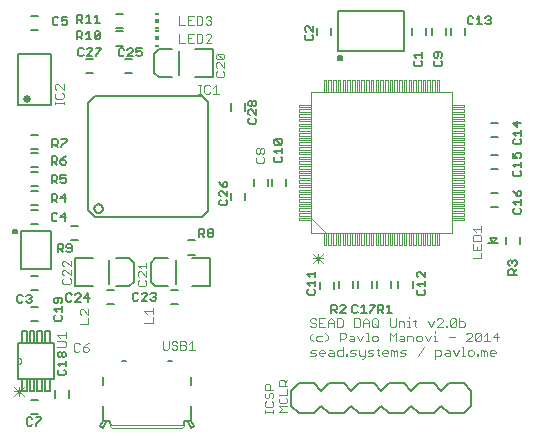
<source format=gto>
G75*
%MOIN*%
%OFA0B0*%
%FSLAX24Y24*%
%IPPOS*%
%LPD*%
%AMOC8*
5,1,8,0,0,1.08239X$1,22.5*
%
%ADD10C,0.0030*%
%ADD11C,0.0000*%
%ADD12C,0.0060*%
%ADD13C,0.0050*%
%ADD14C,0.0080*%
%ADD15C,0.0256*%
%ADD16C,0.0040*%
%ADD17C,0.0020*%
%ADD18R,0.0118X0.0059*%
%ADD19R,0.0118X0.0118*%
D10*
X001045Y002269D02*
X001359Y002582D01*
X001045Y002269D01*
X001045Y002425D02*
X001359Y002425D01*
X001045Y002425D01*
X001045Y002582D02*
X001359Y002269D01*
X001045Y002582D01*
X001202Y002582D02*
X001202Y002269D01*
X001202Y002582D01*
X003036Y003800D02*
X003036Y003993D01*
X003085Y004042D01*
X003182Y004042D01*
X003230Y003993D01*
X003331Y003897D02*
X003476Y003897D01*
X003525Y003848D01*
X003525Y003800D01*
X003476Y003752D01*
X003380Y003752D01*
X003331Y003800D01*
X003331Y003897D01*
X003428Y003993D01*
X003525Y004042D01*
X003230Y003800D02*
X003182Y003752D01*
X003085Y003752D01*
X003036Y003800D01*
X003232Y004689D02*
X003522Y004689D01*
X003522Y004883D01*
X003522Y004984D02*
X003329Y005177D01*
X003280Y005177D01*
X003232Y005129D01*
X003232Y005032D01*
X003280Y004984D01*
X003522Y004984D02*
X003522Y005177D01*
X002897Y006002D02*
X002704Y006002D01*
X002656Y006050D01*
X002656Y006147D01*
X002704Y006195D01*
X002704Y006297D02*
X002656Y006345D01*
X002656Y006442D01*
X002704Y006490D01*
X002752Y006490D01*
X002946Y006297D01*
X002946Y006490D01*
X002946Y006591D02*
X002752Y006785D01*
X002704Y006785D01*
X002656Y006736D01*
X002656Y006640D01*
X002704Y006591D01*
X002946Y006591D02*
X002946Y006785D01*
X002897Y006195D02*
X002946Y006147D01*
X002946Y006050D01*
X002897Y006002D01*
X005165Y005985D02*
X005214Y005937D01*
X005407Y005937D01*
X005456Y005985D01*
X005456Y006082D01*
X005407Y006130D01*
X005456Y006231D02*
X005262Y006425D01*
X005214Y006425D01*
X005165Y006377D01*
X005165Y006280D01*
X005214Y006231D01*
X005214Y006130D02*
X005165Y006082D01*
X005165Y005985D01*
X005456Y006231D02*
X005456Y006425D01*
X005456Y006526D02*
X005456Y006720D01*
X005456Y006623D02*
X005165Y006623D01*
X005262Y006526D01*
X005667Y005198D02*
X005667Y005004D01*
X005667Y005101D02*
X005376Y005101D01*
X005473Y005004D01*
X005667Y004903D02*
X005667Y004710D01*
X005376Y004710D01*
X006000Y004103D02*
X006000Y003861D01*
X006048Y003813D01*
X006145Y003813D01*
X006193Y003861D01*
X006193Y004103D01*
X006294Y004055D02*
X006294Y004006D01*
X006343Y003958D01*
X006440Y003958D01*
X006488Y003910D01*
X006488Y003861D01*
X006440Y003813D01*
X006343Y003813D01*
X006294Y003861D01*
X006294Y004055D02*
X006343Y004103D01*
X006440Y004103D01*
X006488Y004055D01*
X006589Y004103D02*
X006734Y004103D01*
X006783Y004055D01*
X006783Y004006D01*
X006734Y003958D01*
X006589Y003958D01*
X006589Y003813D02*
X006734Y003813D01*
X006783Y003861D01*
X006783Y003910D01*
X006734Y003958D01*
X006884Y004006D02*
X006981Y004103D01*
X006981Y003813D01*
X007077Y003813D02*
X006884Y003813D01*
X006589Y003813D02*
X006589Y004103D01*
X009396Y002634D02*
X009396Y002488D01*
X009686Y002488D01*
X009590Y002488D02*
X009590Y002634D01*
X009541Y002682D01*
X009444Y002682D01*
X009396Y002634D01*
X009444Y002387D02*
X009396Y002339D01*
X009396Y002242D01*
X009444Y002194D01*
X009493Y002194D01*
X009541Y002242D01*
X009541Y002339D01*
X009590Y002387D01*
X009638Y002387D01*
X009686Y002339D01*
X009686Y002242D01*
X009638Y002194D01*
X009638Y002093D02*
X009686Y002044D01*
X009686Y001947D01*
X009638Y001899D01*
X009444Y001899D01*
X009396Y001947D01*
X009396Y002044D01*
X009444Y002093D01*
X009396Y001799D02*
X009396Y001703D01*
X009396Y001751D02*
X009686Y001751D01*
X009686Y001703D02*
X009686Y001799D01*
X009865Y001730D02*
X009961Y001827D01*
X009865Y001924D01*
X010155Y001924D01*
X010106Y002025D02*
X010155Y002073D01*
X010155Y002170D01*
X010106Y002218D01*
X010155Y002320D02*
X010155Y002513D01*
X010155Y002614D02*
X009865Y002614D01*
X009865Y002759D01*
X009913Y002808D01*
X010010Y002808D01*
X010058Y002759D01*
X010058Y002614D01*
X010058Y002711D02*
X010155Y002808D01*
X010155Y002320D02*
X009865Y002320D01*
X009913Y002218D02*
X009865Y002170D01*
X009865Y002073D01*
X009913Y002025D01*
X010106Y002025D01*
X010155Y001730D02*
X009865Y001730D01*
X010915Y003612D02*
X011060Y003612D01*
X011108Y003660D01*
X011060Y003708D01*
X010963Y003708D01*
X010915Y003757D01*
X010963Y003805D01*
X011108Y003805D01*
X011210Y003757D02*
X011258Y003805D01*
X011355Y003805D01*
X011403Y003757D01*
X011403Y003708D01*
X011210Y003708D01*
X011210Y003660D02*
X011210Y003757D01*
X011210Y003660D02*
X011258Y003612D01*
X011355Y003612D01*
X011504Y003660D02*
X011553Y003708D01*
X011698Y003708D01*
X011698Y003757D02*
X011698Y003612D01*
X011553Y003612D01*
X011504Y003660D01*
X011553Y003805D02*
X011649Y003805D01*
X011698Y003757D01*
X011799Y003757D02*
X011847Y003805D01*
X011992Y003805D01*
X011992Y003902D02*
X011992Y003612D01*
X011847Y003612D01*
X011799Y003660D01*
X011799Y003757D01*
X012094Y003660D02*
X012142Y003660D01*
X012142Y003612D01*
X012094Y003612D01*
X012094Y003660D01*
X012241Y003612D02*
X012386Y003612D01*
X012434Y003660D01*
X012386Y003708D01*
X012289Y003708D01*
X012241Y003757D01*
X012289Y003805D01*
X012434Y003805D01*
X012535Y003805D02*
X012535Y003660D01*
X012584Y003612D01*
X012729Y003612D01*
X012729Y003563D02*
X012681Y003515D01*
X012632Y003515D01*
X012729Y003563D02*
X012729Y003805D01*
X012830Y003757D02*
X012879Y003805D01*
X013024Y003805D01*
X013125Y003805D02*
X013222Y003805D01*
X013173Y003854D02*
X013173Y003660D01*
X013222Y003612D01*
X013321Y003660D02*
X013321Y003757D01*
X013370Y003805D01*
X013466Y003805D01*
X013515Y003757D01*
X013515Y003708D01*
X013321Y003708D01*
X013321Y003660D02*
X013370Y003612D01*
X013466Y003612D01*
X013616Y003612D02*
X013616Y003805D01*
X013664Y003805D01*
X013713Y003757D01*
X013761Y003805D01*
X013809Y003757D01*
X013809Y003612D01*
X013713Y003612D02*
X013713Y003757D01*
X013911Y003757D02*
X013959Y003805D01*
X014104Y003805D01*
X014056Y003708D02*
X013959Y003708D01*
X013911Y003757D01*
X013911Y003612D02*
X014056Y003612D01*
X014104Y003660D01*
X014056Y003708D01*
X014055Y004092D02*
X013910Y004092D01*
X013861Y004140D01*
X013910Y004188D01*
X014055Y004188D01*
X014055Y004237D02*
X014055Y004092D01*
X014156Y004092D02*
X014156Y004285D01*
X014301Y004285D01*
X014350Y004237D01*
X014350Y004092D01*
X014451Y004140D02*
X014451Y004237D01*
X014499Y004285D01*
X014596Y004285D01*
X014644Y004237D01*
X014644Y004140D01*
X014596Y004092D01*
X014499Y004092D01*
X014451Y004140D01*
X014745Y004285D02*
X014842Y004092D01*
X014939Y004285D01*
X015040Y004285D02*
X015088Y004285D01*
X015088Y004092D01*
X015040Y004092D02*
X015137Y004092D01*
X015089Y003805D02*
X015234Y003805D01*
X015283Y003757D01*
X015283Y003660D01*
X015234Y003612D01*
X015089Y003612D01*
X015089Y003515D02*
X015089Y003805D01*
X015384Y003660D02*
X015432Y003708D01*
X015577Y003708D01*
X015577Y003757D02*
X015577Y003612D01*
X015432Y003612D01*
X015384Y003660D01*
X015432Y003805D02*
X015529Y003805D01*
X015577Y003757D01*
X015678Y003805D02*
X015775Y003612D01*
X015872Y003805D01*
X015973Y003902D02*
X016021Y003902D01*
X016021Y003612D01*
X015973Y003612D02*
X016070Y003612D01*
X016170Y003660D02*
X016170Y003757D01*
X016218Y003805D01*
X016315Y003805D01*
X016363Y003757D01*
X016363Y003660D01*
X016315Y003612D01*
X016218Y003612D01*
X016170Y003660D01*
X016464Y003660D02*
X016513Y003660D01*
X016513Y003612D01*
X016464Y003612D01*
X016464Y003660D01*
X016611Y003612D02*
X016611Y003805D01*
X016660Y003805D01*
X016708Y003757D01*
X016757Y003805D01*
X016805Y003757D01*
X016805Y003612D01*
X016708Y003612D02*
X016708Y003757D01*
X016906Y003757D02*
X016906Y003660D01*
X016955Y003612D01*
X017051Y003612D01*
X017100Y003708D02*
X016906Y003708D01*
X016906Y003757D02*
X016955Y003805D01*
X017051Y003805D01*
X017100Y003757D01*
X017100Y003708D01*
X017149Y004092D02*
X017149Y004382D01*
X017004Y004237D01*
X017198Y004237D01*
X016903Y004092D02*
X016710Y004092D01*
X016806Y004092D02*
X016806Y004382D01*
X016710Y004285D01*
X016609Y004334D02*
X016415Y004140D01*
X016463Y004092D01*
X016560Y004092D01*
X016609Y004140D01*
X016609Y004334D01*
X016560Y004382D01*
X016463Y004382D01*
X016415Y004334D01*
X016415Y004140D01*
X016314Y004092D02*
X016120Y004092D01*
X016314Y004285D01*
X016314Y004334D01*
X016266Y004382D01*
X016169Y004382D01*
X016120Y004334D01*
X016020Y004572D02*
X015875Y004572D01*
X015875Y004862D01*
X015875Y004765D02*
X016020Y004765D01*
X016068Y004717D01*
X016068Y004620D01*
X016020Y004572D01*
X015774Y004620D02*
X015725Y004572D01*
X015629Y004572D01*
X015580Y004620D01*
X015774Y004814D01*
X015774Y004620D01*
X015580Y004620D02*
X015580Y004814D01*
X015629Y004862D01*
X015725Y004862D01*
X015774Y004814D01*
X015481Y004620D02*
X015481Y004572D01*
X015433Y004572D01*
X015433Y004620D01*
X015481Y004620D01*
X015332Y004572D02*
X015138Y004572D01*
X015332Y004765D01*
X015332Y004814D01*
X015283Y004862D01*
X015187Y004862D01*
X015138Y004814D01*
X015037Y004765D02*
X014940Y004572D01*
X014844Y004765D01*
X014449Y004765D02*
X014352Y004765D01*
X014401Y004814D02*
X014401Y004620D01*
X014449Y004572D01*
X014253Y004572D02*
X014156Y004572D01*
X014204Y004572D02*
X014204Y004765D01*
X014156Y004765D01*
X014204Y004862D02*
X014204Y004910D01*
X014055Y004717D02*
X014055Y004572D01*
X014055Y004717D02*
X014007Y004765D01*
X013861Y004765D01*
X013861Y004572D01*
X013760Y004620D02*
X013760Y004862D01*
X013567Y004862D02*
X013567Y004620D01*
X013615Y004572D01*
X013712Y004572D01*
X013760Y004620D01*
X013760Y004382D02*
X013760Y004092D01*
X013567Y004092D02*
X013567Y004382D01*
X013664Y004285D01*
X013760Y004382D01*
X013910Y004285D02*
X014007Y004285D01*
X014055Y004237D01*
X014693Y003902D02*
X014500Y003612D01*
X015088Y004382D02*
X015088Y004430D01*
X015531Y004237D02*
X015725Y004237D01*
X013171Y004237D02*
X013171Y004140D01*
X013123Y004092D01*
X013026Y004092D01*
X012977Y004140D01*
X012977Y004237D01*
X013026Y004285D01*
X013123Y004285D01*
X013171Y004237D01*
X012878Y004092D02*
X012781Y004092D01*
X012829Y004092D02*
X012829Y004382D01*
X012781Y004382D01*
X012680Y004285D02*
X012583Y004092D01*
X012486Y004285D01*
X012385Y004237D02*
X012385Y004092D01*
X012240Y004092D01*
X012192Y004140D01*
X012240Y004188D01*
X012385Y004188D01*
X012385Y004237D02*
X012337Y004285D01*
X012240Y004285D01*
X012091Y004237D02*
X012042Y004188D01*
X011897Y004188D01*
X011897Y004092D02*
X011897Y004382D01*
X012042Y004382D01*
X012091Y004334D01*
X012091Y004237D01*
X011944Y004572D02*
X011799Y004572D01*
X011799Y004862D01*
X011944Y004862D01*
X011992Y004814D01*
X011992Y004620D01*
X011944Y004572D01*
X011698Y004572D02*
X011698Y004765D01*
X011601Y004862D01*
X011504Y004765D01*
X011504Y004572D01*
X011403Y004572D02*
X011210Y004572D01*
X011210Y004862D01*
X011403Y004862D01*
X011306Y004717D02*
X011210Y004717D01*
X011108Y004668D02*
X011108Y004620D01*
X011060Y004572D01*
X010963Y004572D01*
X010915Y004620D01*
X010963Y004717D02*
X011060Y004717D01*
X011108Y004668D01*
X011108Y004814D02*
X011060Y004862D01*
X010963Y004862D01*
X010915Y004814D01*
X010915Y004765D01*
X010963Y004717D01*
X011012Y004382D02*
X010915Y004285D01*
X010915Y004188D01*
X011012Y004092D01*
X011111Y004140D02*
X011111Y004237D01*
X011160Y004285D01*
X011305Y004285D01*
X011406Y004382D02*
X011503Y004285D01*
X011503Y004188D01*
X011406Y004092D01*
X011305Y004092D02*
X011160Y004092D01*
X011111Y004140D01*
X011504Y004717D02*
X011698Y004717D01*
X012388Y004862D02*
X012388Y004572D01*
X012533Y004572D01*
X012582Y004620D01*
X012582Y004814D01*
X012533Y004862D01*
X012388Y004862D01*
X012683Y004765D02*
X012683Y004572D01*
X012683Y004717D02*
X012876Y004717D01*
X012876Y004765D02*
X012876Y004572D01*
X012977Y004620D02*
X013026Y004572D01*
X013123Y004572D01*
X013171Y004620D01*
X013171Y004814D01*
X013123Y004862D01*
X013026Y004862D01*
X012977Y004814D01*
X012977Y004620D01*
X013074Y004668D02*
X013171Y004572D01*
X012876Y004765D02*
X012780Y004862D01*
X012683Y004765D01*
X012830Y003757D02*
X012879Y003708D01*
X012975Y003708D01*
X013024Y003660D01*
X012975Y003612D01*
X012830Y003612D01*
X011330Y006701D02*
X011017Y007014D01*
X011017Y006858D02*
X011330Y006858D01*
X011330Y007014D02*
X011017Y006701D01*
X011174Y006701D02*
X011174Y007014D01*
X009342Y010053D02*
X009148Y010053D01*
X009100Y010101D01*
X009100Y010198D01*
X009148Y010247D01*
X009148Y010348D02*
X009196Y010348D01*
X009245Y010396D01*
X009245Y010493D01*
X009293Y010541D01*
X009342Y010541D01*
X009390Y010493D01*
X009390Y010396D01*
X009342Y010348D01*
X009293Y010348D01*
X009245Y010396D01*
X009245Y010493D02*
X009196Y010541D01*
X009148Y010541D01*
X009100Y010493D01*
X009100Y010396D01*
X009148Y010348D01*
X009342Y010247D02*
X009390Y010198D01*
X009390Y010101D01*
X009342Y010053D01*
X007871Y012357D02*
X007678Y012357D01*
X007774Y012357D02*
X007774Y012647D01*
X007678Y012551D01*
X007576Y012599D02*
X007528Y012647D01*
X007431Y012647D01*
X007383Y012599D01*
X007383Y012405D01*
X007431Y012357D01*
X007528Y012357D01*
X007576Y012405D01*
X007283Y012357D02*
X007187Y012357D01*
X007235Y012357D02*
X007235Y012647D01*
X007187Y012647D02*
X007283Y012647D01*
X007764Y012954D02*
X007812Y012905D01*
X008006Y012905D01*
X008054Y012954D01*
X008054Y013050D01*
X008006Y013099D01*
X008054Y013200D02*
X007860Y013393D01*
X007812Y013393D01*
X007764Y013345D01*
X007764Y013248D01*
X007812Y013200D01*
X007812Y013099D02*
X007764Y013050D01*
X007764Y012954D01*
X008054Y013200D02*
X008054Y013393D01*
X008006Y013495D02*
X007812Y013495D01*
X007764Y013543D01*
X007764Y013640D01*
X007812Y013688D01*
X008006Y013495D01*
X008054Y013543D01*
X008054Y013640D01*
X008006Y013688D01*
X007812Y013688D01*
X007619Y014056D02*
X007426Y014056D01*
X007619Y014249D01*
X007619Y014298D01*
X007571Y014346D01*
X007474Y014346D01*
X007426Y014298D01*
X007324Y014298D02*
X007324Y014104D01*
X007276Y014056D01*
X007131Y014056D01*
X007131Y014346D01*
X007276Y014346D01*
X007324Y014298D01*
X007030Y014346D02*
X006836Y014346D01*
X006836Y014056D01*
X007030Y014056D01*
X006933Y014201D02*
X006836Y014201D01*
X006735Y014056D02*
X006542Y014056D01*
X006542Y014346D01*
X006542Y014646D02*
X006735Y014646D01*
X006836Y014646D02*
X007030Y014646D01*
X007131Y014646D02*
X007276Y014646D01*
X007324Y014695D01*
X007324Y014888D01*
X007276Y014937D01*
X007131Y014937D01*
X007131Y014646D01*
X006933Y014792D02*
X006836Y014792D01*
X006836Y014937D02*
X006836Y014646D01*
X006836Y014937D02*
X007030Y014937D01*
X007426Y014888D02*
X007474Y014937D01*
X007571Y014937D01*
X007619Y014888D01*
X007619Y014840D01*
X007571Y014792D01*
X007619Y014743D01*
X007619Y014695D01*
X007571Y014646D01*
X007474Y014646D01*
X007426Y014695D01*
X007522Y014792D02*
X007571Y014792D01*
X006542Y014937D02*
X006542Y014646D01*
X002692Y012677D02*
X002692Y012483D01*
X002499Y012677D01*
X002450Y012677D01*
X002402Y012628D01*
X002402Y012531D01*
X002450Y012483D01*
X002450Y012382D02*
X002402Y012334D01*
X002402Y012237D01*
X002450Y012188D01*
X002644Y012188D01*
X002692Y012237D01*
X002692Y012334D01*
X002644Y012382D01*
X002692Y012089D02*
X002692Y011992D01*
X002692Y012040D02*
X002402Y012040D01*
X002402Y011992D02*
X002402Y012089D01*
X016332Y007840D02*
X016429Y007743D01*
X016381Y007642D02*
X016332Y007594D01*
X016332Y007449D01*
X016623Y007449D01*
X016623Y007594D01*
X016574Y007642D01*
X016381Y007642D01*
X016623Y007743D02*
X016623Y007937D01*
X016623Y007840D02*
X016332Y007840D01*
X016332Y007348D02*
X016332Y007154D01*
X016623Y007154D01*
X016623Y007348D01*
X016478Y007251D02*
X016478Y007154D01*
X016623Y007053D02*
X016623Y006859D01*
X016332Y006859D01*
D11*
X015654Y007696D02*
X010934Y007696D01*
X010934Y012416D01*
X015654Y012416D01*
X015654Y007696D01*
X015654Y008126D02*
X016054Y008126D01*
X016054Y008216D01*
X015654Y008216D01*
X015654Y008126D01*
X015654Y008276D02*
X016054Y008276D01*
X016054Y008366D01*
X015654Y008366D01*
X015654Y008276D01*
X015654Y008436D02*
X016054Y008436D01*
X016054Y008526D01*
X015654Y008526D01*
X015654Y008436D01*
X015654Y008596D02*
X016054Y008596D01*
X016054Y008686D01*
X015654Y008686D01*
X015654Y008596D01*
X015654Y008756D02*
X016054Y008756D01*
X016054Y008846D01*
X015654Y008846D01*
X015654Y008756D01*
X015654Y008906D02*
X016054Y008906D01*
X016054Y008996D01*
X015654Y008996D01*
X015654Y008906D01*
X015654Y009066D02*
X016054Y009066D01*
X016054Y009156D01*
X015654Y009156D01*
X015654Y009066D01*
X015654Y009226D02*
X016054Y009226D01*
X016054Y009316D01*
X015654Y009316D01*
X015654Y009226D01*
X015654Y009386D02*
X016054Y009386D01*
X016054Y009476D01*
X015654Y009476D01*
X015654Y009386D01*
X015654Y009536D02*
X016054Y009536D01*
X016054Y009626D01*
X015654Y009626D01*
X015654Y009536D01*
X015654Y009696D02*
X016054Y009696D01*
X016054Y009786D01*
X015654Y009786D01*
X015654Y009696D01*
X015654Y009856D02*
X016054Y009856D01*
X016054Y009946D01*
X015654Y009946D01*
X015654Y009856D01*
X015654Y010006D02*
X016054Y010006D01*
X016054Y010096D01*
X015654Y010096D01*
X015654Y010006D01*
X015654Y010166D02*
X016054Y010166D01*
X016054Y010256D01*
X015654Y010256D01*
X015654Y010166D01*
X015654Y010326D02*
X016054Y010326D01*
X016054Y010416D01*
X015654Y010416D01*
X015654Y010326D01*
X015654Y010486D02*
X016054Y010486D01*
X016054Y010576D01*
X015654Y010576D01*
X015654Y010486D01*
X015654Y010636D02*
X016054Y010636D01*
X016054Y010726D01*
X015654Y010726D01*
X015654Y010636D01*
X015654Y010796D02*
X016054Y010796D01*
X016054Y010886D01*
X015654Y010886D01*
X015654Y010796D01*
X015654Y010956D02*
X016054Y010956D01*
X016054Y011046D01*
X015654Y011046D01*
X015654Y010956D01*
X015654Y011116D02*
X016054Y011116D01*
X016054Y011206D01*
X015654Y011206D01*
X015654Y011116D01*
X015654Y011266D02*
X016054Y011266D01*
X016054Y011356D01*
X015654Y011356D01*
X015654Y011266D01*
X015654Y011426D02*
X016054Y011426D01*
X016054Y011516D01*
X015654Y011516D01*
X015654Y011426D01*
X015654Y011586D02*
X016054Y011586D01*
X016054Y011676D01*
X015654Y011676D01*
X015654Y011586D01*
X015654Y011746D02*
X016054Y011746D01*
X016054Y011836D01*
X015654Y011836D01*
X015654Y011746D01*
X015654Y011896D02*
X016054Y011896D01*
X016054Y011986D01*
X015654Y011986D01*
X015654Y011896D01*
X015224Y012416D02*
X015134Y012416D01*
X015134Y012816D01*
X015224Y012816D01*
X015224Y012416D01*
X015074Y012416D02*
X015074Y012816D01*
X014984Y012816D01*
X014984Y012416D01*
X015074Y012416D01*
X014914Y012416D02*
X014914Y012816D01*
X014824Y012816D01*
X014824Y012416D01*
X014914Y012416D01*
X014754Y012416D02*
X014754Y012816D01*
X014664Y012816D01*
X014664Y012416D01*
X014754Y012416D01*
X014594Y012416D02*
X014594Y012816D01*
X014504Y012816D01*
X014504Y012416D01*
X014594Y012416D01*
X014444Y012416D02*
X014444Y012816D01*
X014354Y012816D01*
X014354Y012416D01*
X014444Y012416D01*
X014284Y012416D02*
X014284Y012816D01*
X014194Y012816D01*
X014194Y012416D01*
X014284Y012416D01*
X014124Y012416D02*
X014124Y012816D01*
X014034Y012816D01*
X014034Y012416D01*
X014124Y012416D01*
X013964Y012416D02*
X013964Y012816D01*
X013874Y012816D01*
X013874Y012416D01*
X013964Y012416D01*
X013814Y012416D02*
X013814Y012816D01*
X013724Y012816D01*
X013724Y012416D01*
X013814Y012416D01*
X013654Y012416D02*
X013654Y012816D01*
X013564Y012816D01*
X013564Y012416D01*
X013654Y012416D01*
X013494Y012416D02*
X013494Y012816D01*
X013404Y012816D01*
X013404Y012416D01*
X013494Y012416D01*
X013344Y012416D02*
X013344Y012816D01*
X013254Y012816D01*
X013254Y012416D01*
X013344Y012416D01*
X013184Y012416D02*
X013184Y012816D01*
X013094Y012816D01*
X013094Y012416D01*
X013184Y012416D01*
X013024Y012416D02*
X013024Y012816D01*
X012934Y012816D01*
X012934Y012416D01*
X013024Y012416D01*
X012864Y012416D02*
X012864Y012816D01*
X012774Y012816D01*
X012774Y012416D01*
X012864Y012416D01*
X012714Y012416D02*
X012714Y012816D01*
X012624Y012816D01*
X012624Y012416D01*
X012714Y012416D01*
X012554Y012416D02*
X012554Y012816D01*
X012464Y012816D01*
X012464Y012416D01*
X012554Y012416D01*
X012394Y012416D02*
X012394Y012816D01*
X012304Y012816D01*
X012304Y012416D01*
X012394Y012416D01*
X012234Y012416D02*
X012234Y012816D01*
X012144Y012816D01*
X012144Y012416D01*
X012234Y012416D01*
X012084Y012416D02*
X012084Y012816D01*
X011994Y012816D01*
X011994Y012416D01*
X012084Y012416D01*
X011924Y012416D02*
X011924Y012816D01*
X011834Y012816D01*
X011834Y012416D01*
X011924Y012416D01*
X011764Y012416D02*
X011764Y012816D01*
X011674Y012816D01*
X011674Y012416D01*
X011764Y012416D01*
X011604Y012416D02*
X011604Y012816D01*
X011514Y012816D01*
X011514Y012416D01*
X011604Y012416D01*
X011454Y012416D02*
X011454Y012816D01*
X011364Y012816D01*
X011364Y012416D01*
X011454Y012416D01*
X010934Y011986D02*
X010534Y011986D01*
X010534Y011896D01*
X010934Y011896D01*
X010934Y011986D01*
X010934Y011836D02*
X010534Y011836D01*
X010534Y011746D01*
X010934Y011746D01*
X010934Y011836D01*
X010934Y011676D02*
X010534Y011676D01*
X010534Y011586D01*
X010934Y011586D01*
X010934Y011676D01*
X010934Y011516D02*
X010534Y011516D01*
X010534Y011426D01*
X010934Y011426D01*
X010934Y011516D01*
X010934Y011356D02*
X010534Y011356D01*
X010534Y011266D01*
X010934Y011266D01*
X010934Y011356D01*
X010934Y011206D02*
X010534Y011206D01*
X010534Y011116D01*
X010934Y011116D01*
X010934Y011206D01*
X010934Y011046D02*
X010534Y011046D01*
X010534Y010956D01*
X010934Y010956D01*
X010934Y011046D01*
X010934Y010886D02*
X010534Y010886D01*
X010534Y010796D01*
X010934Y010796D01*
X010934Y010886D01*
X010934Y010726D02*
X010534Y010726D01*
X010534Y010636D01*
X010934Y010636D01*
X010934Y010726D01*
X010934Y010576D02*
X010534Y010576D01*
X010534Y010486D01*
X010934Y010486D01*
X010934Y010576D01*
X010934Y010416D02*
X010534Y010416D01*
X010534Y010326D01*
X010934Y010326D01*
X010934Y010416D01*
X010934Y010256D02*
X010534Y010256D01*
X010534Y010166D01*
X010934Y010166D01*
X010934Y010256D01*
X010934Y010106D02*
X010534Y010106D01*
X010534Y010016D01*
X010934Y010016D01*
X010934Y010106D01*
X010934Y009946D02*
X010534Y009946D01*
X010534Y009856D01*
X010934Y009856D01*
X010934Y009946D01*
X010934Y009786D02*
X010534Y009786D01*
X010534Y009696D01*
X010934Y009696D01*
X010934Y009786D01*
X010934Y009626D02*
X010534Y009626D01*
X010534Y009536D01*
X010934Y009536D01*
X010934Y009626D01*
X010934Y009476D02*
X010534Y009476D01*
X010534Y009386D01*
X010934Y009386D01*
X010934Y009476D01*
X010934Y009316D02*
X010534Y009316D01*
X010534Y009226D01*
X010934Y009226D01*
X010934Y009316D01*
X010934Y009156D02*
X010534Y009156D01*
X010534Y009066D01*
X010934Y009066D01*
X010934Y009156D01*
X010934Y008996D02*
X010534Y008996D01*
X010534Y008906D01*
X010934Y008906D01*
X010934Y008996D01*
X010934Y008846D02*
X010534Y008846D01*
X010534Y008756D01*
X010934Y008756D01*
X010934Y008846D01*
X010934Y008686D02*
X010534Y008686D01*
X010534Y008596D01*
X010934Y008596D01*
X010934Y008686D01*
X010934Y008526D02*
X010534Y008526D01*
X010534Y008436D01*
X010934Y008436D01*
X010934Y008526D01*
X010934Y008366D02*
X010534Y008366D01*
X010534Y008276D01*
X010934Y008276D01*
X010934Y008366D01*
X010934Y008216D02*
X010534Y008216D01*
X010534Y008126D01*
X010934Y008126D01*
X010934Y008196D01*
X011434Y007696D01*
X011364Y007696D01*
X011364Y007296D01*
X011454Y007296D01*
X011454Y007696D01*
X011434Y007696D01*
X011514Y007696D02*
X011514Y007296D01*
X011604Y007296D01*
X011604Y007696D01*
X011514Y007696D01*
X011674Y007696D02*
X011674Y007296D01*
X011764Y007296D01*
X011764Y007696D01*
X011674Y007696D01*
X011834Y007696D02*
X011834Y007296D01*
X011924Y007296D01*
X011924Y007696D01*
X011834Y007696D01*
X011994Y007696D02*
X011994Y007296D01*
X012084Y007296D01*
X012084Y007696D01*
X011994Y007696D01*
X012144Y007696D02*
X012144Y007296D01*
X012234Y007296D01*
X012234Y007696D01*
X012144Y007696D01*
X012304Y007696D02*
X012304Y007296D01*
X012394Y007296D01*
X012394Y007696D01*
X012304Y007696D01*
X012464Y007696D02*
X012464Y007296D01*
X012554Y007296D01*
X012554Y007696D01*
X012464Y007696D01*
X012624Y007696D02*
X012624Y007296D01*
X012714Y007296D01*
X012714Y007696D01*
X012624Y007696D01*
X012774Y007696D02*
X012774Y007296D01*
X012864Y007296D01*
X012864Y007696D01*
X012774Y007696D01*
X012934Y007696D02*
X012934Y007296D01*
X013024Y007296D01*
X013024Y007696D01*
X012934Y007696D01*
X013094Y007696D02*
X013094Y007296D01*
X013184Y007296D01*
X013184Y007696D01*
X013094Y007696D01*
X013244Y007696D02*
X013244Y007296D01*
X013334Y007296D01*
X013334Y007696D01*
X013244Y007696D01*
X013404Y007696D02*
X013404Y007296D01*
X013494Y007296D01*
X013494Y007696D01*
X013404Y007696D01*
X013564Y007696D02*
X013564Y007296D01*
X013654Y007296D01*
X013654Y007696D01*
X013564Y007696D01*
X013724Y007696D02*
X013724Y007296D01*
X013814Y007296D01*
X013814Y007696D01*
X013724Y007696D01*
X013874Y007696D02*
X013874Y007296D01*
X013964Y007296D01*
X013964Y007696D01*
X013874Y007696D01*
X014034Y007696D02*
X014034Y007296D01*
X014124Y007296D01*
X014124Y007696D01*
X014034Y007696D01*
X014194Y007696D02*
X014194Y007296D01*
X014284Y007296D01*
X014284Y007696D01*
X014194Y007696D01*
X014354Y007696D02*
X014354Y007296D01*
X014444Y007296D01*
X014444Y007696D01*
X014354Y007696D01*
X014504Y007696D02*
X014504Y007296D01*
X014594Y007296D01*
X014594Y007696D01*
X014504Y007696D01*
X014664Y007696D02*
X014664Y007296D01*
X014754Y007296D01*
X014754Y007696D01*
X014664Y007696D01*
X014824Y007696D02*
X014824Y007296D01*
X014914Y007296D01*
X014914Y007696D01*
X014824Y007696D01*
X014984Y007696D02*
X014984Y007296D01*
X015074Y007296D01*
X015074Y007696D01*
X014984Y007696D01*
X015134Y007696D02*
X015134Y007296D01*
X015224Y007296D01*
X015224Y007696D01*
X015134Y007696D01*
X010934Y008196D02*
X010934Y008216D01*
X002382Y004054D02*
X002382Y002834D01*
X001162Y002834D01*
X001162Y003324D01*
X001162Y003564D01*
X001162Y004054D01*
X002382Y004054D01*
X002232Y004054D02*
X002232Y004444D01*
X002072Y004444D01*
X002072Y004054D01*
X002232Y004054D01*
X001982Y004054D02*
X001982Y004444D01*
X001822Y004444D01*
X001822Y004054D01*
X001982Y004054D01*
X001722Y004054D02*
X001722Y004444D01*
X001562Y004444D01*
X001562Y004054D01*
X001722Y004054D01*
X001472Y004054D02*
X001472Y004444D01*
X001312Y004444D01*
X001312Y004054D01*
X001472Y004054D01*
X001162Y003564D02*
X001183Y003562D01*
X001203Y003557D01*
X001222Y003548D01*
X001239Y003536D01*
X001254Y003521D01*
X001266Y003504D01*
X001275Y003485D01*
X001280Y003465D01*
X001282Y003444D01*
X001280Y003423D01*
X001275Y003403D01*
X001266Y003384D01*
X001254Y003367D01*
X001239Y003352D01*
X001222Y003340D01*
X001203Y003331D01*
X001183Y003326D01*
X001162Y003324D01*
X001183Y003326D01*
X001203Y003331D01*
X001222Y003340D01*
X001239Y003352D01*
X001254Y003367D01*
X001266Y003384D01*
X001275Y003403D01*
X001280Y003423D01*
X001282Y003444D01*
X001280Y003465D01*
X001275Y003485D01*
X001266Y003504D01*
X001254Y003521D01*
X001239Y003536D01*
X001222Y003548D01*
X001203Y003557D01*
X001183Y003562D01*
X001162Y003564D01*
X001312Y002834D02*
X001312Y002444D01*
X001472Y002444D01*
X001472Y002834D01*
X001312Y002834D01*
X001562Y002834D02*
X001562Y002444D01*
X001722Y002444D01*
X001722Y002834D01*
X001562Y002834D01*
X001822Y002834D02*
X001822Y002444D01*
X001982Y002444D01*
X001982Y002834D01*
X001822Y002834D01*
X002072Y002834D02*
X002072Y002444D01*
X002232Y002454D01*
X002232Y002834D01*
X002072Y002834D01*
D12*
X002072Y002444D01*
X002232Y002454D01*
X002232Y002834D01*
X002072Y002834D01*
X001982Y002834D02*
X001982Y002444D01*
X001822Y002444D01*
X001822Y002834D01*
X001982Y002834D01*
X001722Y002834D02*
X001722Y002444D01*
X001562Y002444D01*
X001562Y002834D01*
X001722Y002834D01*
X001472Y002834D02*
X001472Y002444D01*
X001312Y002444D01*
X001312Y002834D01*
X001472Y002834D01*
X001162Y002834D02*
X001162Y003324D01*
X001162Y003564D01*
X001162Y004054D01*
X002382Y004054D01*
X002382Y002834D01*
X001162Y002834D01*
X001615Y002144D02*
X001851Y002144D01*
X001851Y001672D02*
X001615Y001672D01*
X002402Y002223D02*
X002402Y002459D01*
X002875Y002459D02*
X002875Y002223D01*
X003997Y001948D02*
X003997Y001455D01*
X003894Y001278D01*
X003997Y001219D01*
X004102Y001401D01*
X004115Y001455D02*
X003997Y001455D01*
X004101Y001401D02*
X004108Y001419D01*
X004113Y001437D01*
X004114Y001456D01*
X004115Y001455D02*
X004174Y001455D01*
X004174Y001456D02*
X004189Y001454D01*
X004204Y001450D01*
X004218Y001443D01*
X004230Y001433D01*
X004240Y001421D01*
X004247Y001407D01*
X004251Y001392D01*
X004253Y001377D01*
X004253Y001361D01*
X003997Y002656D02*
X003997Y002892D01*
X004627Y003424D02*
X004784Y003424D01*
X006162Y003424D02*
X006319Y003424D01*
X006949Y002892D02*
X006949Y002656D01*
X006949Y001948D02*
X006949Y001455D01*
X007052Y001278D01*
X006949Y001219D01*
X006847Y001396D01*
X006831Y001455D02*
X006772Y001455D01*
X006831Y001455D02*
X006949Y001455D01*
X006847Y001396D02*
X006838Y001415D01*
X006833Y001435D01*
X006831Y001455D01*
X006772Y001456D02*
X006757Y001454D01*
X006742Y001450D01*
X006728Y001443D01*
X006716Y001433D01*
X006706Y001421D01*
X006699Y001407D01*
X006695Y001392D01*
X006693Y001377D01*
X006693Y001361D01*
X002232Y004054D02*
X002232Y004444D01*
X002072Y004444D01*
X002072Y004054D01*
X002232Y004054D01*
X001982Y004054D02*
X001982Y004444D01*
X001822Y004444D01*
X001822Y004054D01*
X001982Y004054D01*
X001722Y004054D02*
X001722Y004444D01*
X001562Y004444D01*
X001562Y004054D01*
X001722Y004054D01*
X001472Y004054D02*
X001472Y004444D01*
X001312Y004444D01*
X001312Y004054D01*
X001472Y004054D01*
X001615Y004782D02*
X001851Y004782D01*
X001851Y005255D02*
X001615Y005255D01*
X001615Y005806D02*
X001851Y005806D01*
X001851Y006278D02*
X001615Y006278D01*
X002953Y007459D02*
X003190Y007459D01*
X003190Y007932D02*
X002953Y007932D01*
X003504Y008483D02*
X003504Y012026D01*
X003741Y012262D01*
X007323Y012262D01*
X007520Y012066D01*
X007520Y008444D01*
X007323Y008247D01*
X003741Y008247D01*
X003504Y008483D01*
X003717Y008522D02*
X003719Y008545D01*
X003725Y008568D01*
X003734Y008590D01*
X003747Y008609D01*
X003763Y008626D01*
X003781Y008641D01*
X003802Y008652D01*
X003824Y008660D01*
X003847Y008664D01*
X003871Y008664D01*
X003894Y008660D01*
X003916Y008652D01*
X003937Y008641D01*
X003955Y008626D01*
X003971Y008609D01*
X003984Y008590D01*
X003993Y008568D01*
X003999Y008545D01*
X004001Y008522D01*
X003999Y008499D01*
X003993Y008476D01*
X003984Y008454D01*
X003971Y008435D01*
X003955Y008418D01*
X003937Y008403D01*
X003916Y008392D01*
X003894Y008384D01*
X003871Y008380D01*
X003847Y008380D01*
X003824Y008384D01*
X003802Y008392D01*
X003781Y008403D01*
X003763Y008418D01*
X003747Y008435D01*
X003734Y008454D01*
X003725Y008476D01*
X003719Y008499D01*
X003717Y008522D01*
X001851Y008483D02*
X001615Y008483D01*
X001615Y008640D02*
X001851Y008640D01*
X001851Y009113D02*
X001615Y009113D01*
X001615Y009270D02*
X001851Y009270D01*
X001851Y009743D02*
X001615Y009743D01*
X001615Y009900D02*
X001851Y009900D01*
X001851Y010373D02*
X001615Y010373D01*
X001615Y010491D02*
X001851Y010491D01*
X001851Y010963D02*
X001615Y010963D01*
X003426Y013050D02*
X003662Y013050D01*
X003662Y013522D02*
X003426Y013522D01*
X004449Y013955D02*
X004686Y013955D01*
X004725Y013522D02*
X004961Y013522D01*
X004961Y013050D02*
X004725Y013050D01*
X004686Y014428D02*
X004449Y014428D01*
X004449Y014546D02*
X004686Y014546D01*
X004686Y015018D02*
X004449Y015018D01*
X001851Y014940D02*
X001615Y014940D01*
X001615Y014467D02*
X001851Y014467D01*
X008268Y012026D02*
X008268Y011790D01*
X008741Y011790D02*
X008741Y012026D01*
X011142Y014310D02*
X011142Y014546D01*
X011615Y014546D02*
X011615Y014310D01*
X014292Y014310D02*
X014292Y014546D01*
X014764Y014546D02*
X014764Y014310D01*
X014963Y014312D02*
X014963Y014548D01*
X015436Y014548D02*
X015436Y014312D01*
X015595Y014313D02*
X015595Y014549D01*
X016067Y014549D02*
X016067Y014313D01*
X016940Y011378D02*
X017176Y011378D01*
X017176Y010906D02*
X016940Y010906D01*
X016925Y010302D02*
X017161Y010302D01*
X017161Y009829D02*
X016925Y009829D01*
X016930Y009048D02*
X017166Y009048D01*
X017166Y008575D02*
X016930Y008575D01*
X017434Y007579D02*
X017434Y007343D01*
X017906Y007343D02*
X017906Y007579D01*
X014327Y006122D02*
X014327Y005886D01*
X013854Y005886D02*
X013854Y006122D01*
X013612Y006106D02*
X013612Y005870D01*
X013139Y005870D02*
X013139Y006106D01*
X012975Y006097D02*
X012975Y005861D01*
X012503Y005861D02*
X012503Y006097D01*
X012341Y006095D02*
X012341Y005859D01*
X011869Y005859D02*
X011869Y006095D01*
X011720Y006090D02*
X011720Y005854D01*
X011247Y005854D02*
X011247Y006090D01*
X008741Y008798D02*
X008741Y009034D01*
X009028Y009278D02*
X009028Y009514D01*
X009501Y009514D02*
X009501Y009278D01*
X009635Y009279D02*
X009635Y009516D01*
X010107Y009516D02*
X010107Y009279D01*
X008268Y009034D02*
X008268Y008798D01*
X007087Y007459D02*
X006851Y007459D01*
X006851Y006987D02*
X007087Y006987D01*
X006497Y005806D02*
X006260Y005806D01*
X006260Y005333D02*
X006497Y005333D01*
X004371Y005333D02*
X004134Y005333D01*
X004134Y005806D02*
X004371Y005806D01*
X001851Y008010D02*
X001615Y008010D01*
D13*
X001469Y001333D02*
X001514Y001288D01*
X001604Y001288D01*
X001649Y001333D01*
X001763Y001333D02*
X001763Y001288D01*
X001763Y001333D02*
X001943Y001513D01*
X001943Y001558D01*
X001763Y001558D01*
X001649Y001513D02*
X001604Y001558D01*
X001514Y001558D01*
X001469Y001513D01*
X001469Y001333D01*
X002536Y002972D02*
X002491Y003017D01*
X002491Y003107D01*
X002536Y003152D01*
X002581Y003266D02*
X002491Y003356D01*
X002761Y003356D01*
X002761Y003266D02*
X002761Y003447D01*
X002716Y003561D02*
X002671Y003561D01*
X002626Y003606D01*
X002626Y003696D01*
X002671Y003741D01*
X002716Y003741D01*
X002761Y003696D01*
X002761Y003606D01*
X002716Y003561D01*
X002626Y003606D02*
X002581Y003561D01*
X002536Y003561D01*
X002491Y003606D01*
X002491Y003696D01*
X002536Y003741D01*
X002581Y003741D01*
X002626Y003696D01*
X002716Y003152D02*
X002761Y003107D01*
X002761Y003017D01*
X002716Y002972D01*
X002536Y002972D01*
X002598Y004783D02*
X002417Y004783D01*
X002372Y004828D01*
X002372Y004918D01*
X002417Y004963D01*
X002463Y005077D02*
X002372Y005167D01*
X002643Y005167D01*
X002643Y005077D02*
X002643Y005258D01*
X002598Y005372D02*
X002643Y005417D01*
X002643Y005507D01*
X002598Y005552D01*
X002417Y005552D01*
X002372Y005507D01*
X002372Y005417D01*
X002417Y005372D01*
X002463Y005372D01*
X002508Y005417D01*
X002508Y005552D01*
X002788Y005467D02*
X002833Y005422D01*
X002923Y005422D01*
X002968Y005467D01*
X003083Y005422D02*
X003263Y005602D01*
X003263Y005647D01*
X003218Y005692D01*
X003128Y005692D01*
X003083Y005647D01*
X002968Y005647D02*
X002923Y005692D01*
X002833Y005692D01*
X002788Y005647D01*
X002788Y005467D01*
X003083Y005422D02*
X003263Y005422D01*
X003377Y005557D02*
X003558Y005557D01*
X003512Y005422D02*
X003512Y005692D01*
X003377Y005557D01*
X004206Y005996D02*
X004206Y006796D01*
X002967Y007121D02*
X002967Y007301D01*
X002922Y007346D01*
X002832Y007346D01*
X002787Y007301D01*
X002787Y007256D01*
X002832Y007211D01*
X002967Y007211D01*
X002967Y007121D02*
X002922Y007076D01*
X002832Y007076D01*
X002787Y007121D01*
X002672Y007076D02*
X002582Y007166D01*
X002627Y007166D02*
X002492Y007166D01*
X002492Y007076D02*
X002492Y007346D01*
X002627Y007346D01*
X002672Y007301D01*
X002672Y007211D01*
X002627Y007166D01*
X002284Y007774D02*
X002284Y006514D01*
X001260Y006514D01*
X001260Y007774D01*
X002284Y007774D01*
X002340Y008099D02*
X002430Y008099D01*
X002475Y008144D01*
X002340Y008099D02*
X002295Y008144D01*
X002295Y008324D01*
X002340Y008369D01*
X002430Y008369D01*
X002475Y008324D01*
X002590Y008234D02*
X002770Y008234D01*
X002725Y008099D02*
X002725Y008369D01*
X002590Y008234D01*
X002475Y008729D02*
X002385Y008819D01*
X002430Y008819D02*
X002295Y008819D01*
X002295Y008729D02*
X002295Y008999D01*
X002430Y008999D01*
X002475Y008954D01*
X002475Y008864D01*
X002430Y008819D01*
X002590Y008864D02*
X002770Y008864D01*
X002725Y008729D02*
X002725Y008999D01*
X002590Y008864D01*
X002635Y009359D02*
X002590Y009404D01*
X002635Y009359D02*
X002725Y009359D01*
X002770Y009404D01*
X002770Y009494D01*
X002725Y009539D01*
X002680Y009539D01*
X002590Y009494D01*
X002590Y009629D01*
X002770Y009629D01*
X002475Y009584D02*
X002475Y009494D01*
X002430Y009449D01*
X002295Y009449D01*
X002295Y009359D02*
X002295Y009629D01*
X002430Y009629D01*
X002475Y009584D01*
X002385Y009449D02*
X002475Y009359D01*
X002475Y009989D02*
X002385Y010079D01*
X002430Y010079D02*
X002295Y010079D01*
X002295Y009989D02*
X002295Y010259D01*
X002430Y010259D01*
X002475Y010214D01*
X002475Y010124D01*
X002430Y010079D01*
X002590Y010034D02*
X002635Y009989D01*
X002725Y009989D01*
X002770Y010034D01*
X002770Y010079D01*
X002725Y010124D01*
X002590Y010124D01*
X002590Y010034D01*
X002590Y010124D02*
X002680Y010214D01*
X002770Y010259D01*
X002619Y010565D02*
X002619Y010610D01*
X002799Y010790D01*
X002799Y010835D01*
X002619Y010835D01*
X002504Y010790D02*
X002504Y010700D01*
X002459Y010655D01*
X002324Y010655D01*
X002324Y010565D02*
X002324Y010835D01*
X002459Y010835D01*
X002504Y010790D01*
X002414Y010655D02*
X002504Y010565D01*
X001142Y007814D02*
X001024Y007814D01*
X001024Y007774D01*
X001024Y007735D01*
X001103Y007735D01*
X001142Y007774D02*
X001024Y007774D01*
X001024Y007735D02*
X001024Y007696D01*
X001142Y007696D01*
X001142Y007774D01*
X001142Y007814D01*
X001199Y005653D02*
X001154Y005608D01*
X001154Y005428D01*
X001199Y005383D01*
X001289Y005383D01*
X001334Y005428D01*
X001448Y005428D02*
X001493Y005383D01*
X001583Y005383D01*
X001628Y005428D01*
X001628Y005473D01*
X001583Y005518D01*
X001538Y005518D01*
X001583Y005518D02*
X001628Y005563D01*
X001628Y005608D01*
X001583Y005653D01*
X001493Y005653D01*
X001448Y005608D01*
X001334Y005608D02*
X001289Y005653D01*
X001199Y005653D01*
X002598Y004963D02*
X002643Y004918D01*
X002643Y004828D01*
X002598Y004783D01*
X005001Y005492D02*
X005046Y005447D01*
X005136Y005447D01*
X005181Y005492D01*
X005296Y005447D02*
X005476Y005627D01*
X005476Y005672D01*
X005431Y005717D01*
X005341Y005717D01*
X005296Y005672D01*
X005181Y005672D02*
X005136Y005717D01*
X005046Y005717D01*
X005001Y005672D01*
X005001Y005492D01*
X005296Y005447D02*
X005476Y005447D01*
X005590Y005492D02*
X005635Y005447D01*
X005726Y005447D01*
X005771Y005492D01*
X005771Y005537D01*
X005726Y005582D01*
X005681Y005582D01*
X005726Y005582D02*
X005771Y005627D01*
X005771Y005672D01*
X005726Y005717D01*
X005635Y005717D01*
X005590Y005672D01*
X006425Y005996D02*
X006425Y006796D01*
X007206Y007573D02*
X007206Y007843D01*
X007341Y007843D01*
X007386Y007798D01*
X007386Y007708D01*
X007341Y007663D01*
X007206Y007663D01*
X007296Y007663D02*
X007386Y007573D01*
X007501Y007618D02*
X007501Y007663D01*
X007546Y007708D01*
X007636Y007708D01*
X007681Y007663D01*
X007681Y007618D01*
X007636Y007573D01*
X007546Y007573D01*
X007501Y007618D01*
X007546Y007708D02*
X007501Y007753D01*
X007501Y007798D01*
X007546Y007843D01*
X007636Y007843D01*
X007681Y007798D01*
X007681Y007753D01*
X007636Y007708D01*
X007929Y008641D02*
X008109Y008641D01*
X008154Y008686D01*
X008154Y008776D01*
X008109Y008821D01*
X008154Y008936D02*
X007974Y009116D01*
X007929Y009116D01*
X007884Y009071D01*
X007884Y008981D01*
X007929Y008936D01*
X007929Y008821D02*
X007884Y008776D01*
X007884Y008686D01*
X007929Y008641D01*
X008154Y008936D02*
X008154Y009116D01*
X008109Y009230D02*
X008154Y009275D01*
X008154Y009365D01*
X008109Y009410D01*
X008064Y009410D01*
X008019Y009365D01*
X008019Y009230D01*
X008109Y009230D01*
X008019Y009230D02*
X007929Y009320D01*
X007884Y009410D01*
X009711Y010113D02*
X009756Y010067D01*
X009937Y010067D01*
X009982Y010113D01*
X009982Y010203D01*
X009937Y010248D01*
X009982Y010362D02*
X009982Y010542D01*
X009982Y010452D02*
X009711Y010452D01*
X009801Y010362D01*
X009756Y010248D02*
X009711Y010203D01*
X009711Y010113D01*
X009756Y010657D02*
X009711Y010702D01*
X009711Y010792D01*
X009756Y010837D01*
X009937Y010657D01*
X009982Y010702D01*
X009982Y010792D01*
X009937Y010837D01*
X009756Y010837D01*
X009756Y010657D02*
X009937Y010657D01*
X009124Y011394D02*
X009124Y011484D01*
X009079Y011529D01*
X009124Y011644D02*
X008944Y011824D01*
X008899Y011824D01*
X008854Y011779D01*
X008854Y011689D01*
X008899Y011644D01*
X008899Y011529D02*
X008854Y011484D01*
X008854Y011394D01*
X008899Y011349D01*
X009079Y011349D01*
X009124Y011394D01*
X009124Y011644D02*
X009124Y011824D01*
X009079Y011938D02*
X009034Y011938D01*
X008989Y011984D01*
X008989Y012074D01*
X009034Y012119D01*
X009079Y012119D01*
X009124Y012074D01*
X009124Y011984D01*
X009079Y011938D01*
X008989Y011984D02*
X008944Y011938D01*
X008899Y011938D01*
X008854Y011984D01*
X008854Y012074D01*
X008899Y012119D01*
X008944Y012119D01*
X008989Y012074D01*
X006543Y012965D02*
X006543Y013765D01*
X005298Y013732D02*
X005298Y013642D01*
X005253Y013597D01*
X005163Y013597D01*
X005118Y013642D01*
X005118Y013732D02*
X005208Y013777D01*
X005253Y013777D01*
X005298Y013732D01*
X005298Y013867D02*
X005118Y013867D01*
X005118Y013732D01*
X005004Y013777D02*
X005004Y013822D01*
X004958Y013867D01*
X004868Y013867D01*
X004823Y013822D01*
X004709Y013822D02*
X004664Y013867D01*
X004574Y013867D01*
X004529Y013822D01*
X004529Y013642D01*
X004574Y013597D01*
X004664Y013597D01*
X004709Y013642D01*
X004823Y013597D02*
X005004Y013777D01*
X005004Y013597D02*
X004823Y013597D01*
X003951Y013836D02*
X003771Y013656D01*
X003771Y013611D01*
X003657Y013611D02*
X003476Y013611D01*
X003657Y013791D01*
X003657Y013836D01*
X003612Y013881D01*
X003521Y013881D01*
X003476Y013836D01*
X003362Y013836D02*
X003317Y013881D01*
X003227Y013881D01*
X003182Y013836D01*
X003182Y013656D01*
X003227Y013611D01*
X003317Y013611D01*
X003362Y013656D01*
X003771Y013881D02*
X003951Y013881D01*
X003951Y013836D01*
X003867Y014162D02*
X003777Y014162D01*
X003732Y014207D01*
X003912Y014387D01*
X003912Y014207D01*
X003867Y014162D01*
X003732Y014207D02*
X003732Y014387D01*
X003777Y014432D01*
X003867Y014432D01*
X003912Y014387D01*
X003912Y014713D02*
X003732Y014713D01*
X003822Y014713D02*
X003822Y014984D01*
X003732Y014893D01*
X003617Y014713D02*
X003437Y014713D01*
X003527Y014713D02*
X003527Y014984D01*
X003437Y014893D01*
X003323Y014848D02*
X003277Y014803D01*
X003142Y014803D01*
X003142Y014713D02*
X003142Y014984D01*
X003277Y014984D01*
X003323Y014939D01*
X003323Y014848D01*
X003232Y014803D02*
X003323Y014713D01*
X003277Y014432D02*
X003323Y014387D01*
X003323Y014297D01*
X003277Y014252D01*
X003142Y014252D01*
X003142Y014162D02*
X003142Y014432D01*
X003277Y014432D01*
X003437Y014342D02*
X003527Y014432D01*
X003527Y014162D01*
X003437Y014162D02*
X003617Y014162D01*
X003323Y014162D02*
X003232Y014252D01*
X002809Y014680D02*
X002764Y014635D01*
X002674Y014635D01*
X002629Y014680D01*
X002629Y014770D02*
X002719Y014815D01*
X002764Y014815D01*
X002809Y014770D01*
X002809Y014680D01*
X002629Y014770D02*
X002629Y014905D01*
X002809Y014905D01*
X002515Y014860D02*
X002470Y014905D01*
X002380Y014905D01*
X002335Y014860D01*
X002335Y014680D01*
X002380Y014635D01*
X002470Y014635D01*
X002515Y014680D01*
X010744Y014554D02*
X010744Y014464D01*
X010789Y014419D01*
X010789Y014304D02*
X010744Y014259D01*
X010744Y014169D01*
X010789Y014124D01*
X010969Y014124D01*
X011014Y014169D01*
X011014Y014259D01*
X010969Y014304D01*
X011014Y014419D02*
X010834Y014599D01*
X010789Y014599D01*
X010744Y014554D01*
X011014Y014599D02*
X011014Y014419D01*
X011851Y013759D02*
X011851Y015097D01*
X014056Y015097D01*
X014056Y013759D01*
X011851Y013759D01*
X011851Y013601D02*
X011969Y013483D01*
X011969Y013601D01*
X011851Y013483D01*
X011890Y013483D01*
X011969Y013483D01*
X011969Y013601D02*
X011851Y013601D01*
X011851Y013483D01*
X014366Y013393D02*
X014366Y013303D01*
X014411Y013258D01*
X014591Y013258D01*
X014636Y013303D01*
X014636Y013393D01*
X014591Y013438D01*
X014636Y013553D02*
X014636Y013733D01*
X014636Y013643D02*
X014366Y013643D01*
X014456Y013553D01*
X014411Y013438D02*
X014366Y013393D01*
X015037Y013395D02*
X015037Y013305D01*
X015083Y013260D01*
X015263Y013260D01*
X015308Y013305D01*
X015308Y013395D01*
X015263Y013440D01*
X015263Y013555D02*
X015308Y013600D01*
X015308Y013690D01*
X015263Y013735D01*
X015083Y013735D01*
X015037Y013690D01*
X015037Y013600D01*
X015083Y013555D01*
X015128Y013555D01*
X015173Y013600D01*
X015173Y013735D01*
X015083Y013440D02*
X015037Y013395D01*
X016213Y014663D02*
X016303Y014663D01*
X016348Y014709D01*
X016462Y014663D02*
X016642Y014663D01*
X016552Y014663D02*
X016552Y014934D01*
X016462Y014844D01*
X016348Y014889D02*
X016303Y014934D01*
X016213Y014934D01*
X016168Y014889D01*
X016168Y014709D01*
X016213Y014663D01*
X016757Y014709D02*
X016802Y014663D01*
X016892Y014663D01*
X016937Y014709D01*
X016937Y014754D01*
X016892Y014799D01*
X016847Y014799D01*
X016892Y014799D02*
X016937Y014844D01*
X016937Y014889D01*
X016892Y014934D01*
X016802Y014934D01*
X016757Y014889D01*
X017819Y011432D02*
X017819Y011252D01*
X017683Y011387D01*
X017954Y011387D01*
X017954Y011138D02*
X017954Y010957D01*
X017954Y011047D02*
X017683Y011047D01*
X017773Y010957D01*
X017728Y010843D02*
X017683Y010798D01*
X017683Y010708D01*
X017728Y010663D01*
X017909Y010663D01*
X017954Y010708D01*
X017954Y010798D01*
X017909Y010843D01*
X017891Y010374D02*
X017801Y010374D01*
X017756Y010329D01*
X017756Y010284D01*
X017801Y010194D01*
X017666Y010194D01*
X017666Y010374D01*
X017891Y010374D02*
X017936Y010329D01*
X017936Y010239D01*
X017891Y010194D01*
X017936Y010079D02*
X017936Y009899D01*
X017936Y009989D02*
X017666Y009989D01*
X017756Y009899D01*
X017711Y009785D02*
X017666Y009740D01*
X017666Y009649D01*
X017711Y009604D01*
X017891Y009604D01*
X017936Y009649D01*
X017936Y009740D01*
X017891Y009785D01*
X017908Y009123D02*
X017863Y009123D01*
X017818Y009078D01*
X017818Y008943D01*
X017908Y008943D01*
X017953Y008988D01*
X017953Y009078D01*
X017908Y009123D01*
X017728Y009033D02*
X017818Y008943D01*
X017728Y009033D02*
X017683Y009123D01*
X017953Y008828D02*
X017953Y008648D01*
X017953Y008738D02*
X017683Y008738D01*
X017773Y008648D01*
X017728Y008534D02*
X017683Y008489D01*
X017683Y008399D01*
X017728Y008354D01*
X017908Y008354D01*
X017953Y008399D01*
X017953Y008489D01*
X017908Y008534D01*
X017134Y007526D02*
X016908Y007526D01*
X017016Y007368D01*
X016839Y007368D01*
X017016Y007368D02*
X017184Y007368D01*
X017134Y007526D02*
X017016Y007368D01*
X017567Y006795D02*
X017612Y006795D01*
X017657Y006750D01*
X017702Y006795D01*
X017747Y006795D01*
X017792Y006750D01*
X017792Y006660D01*
X017747Y006615D01*
X017792Y006500D02*
X017702Y006410D01*
X017702Y006455D02*
X017702Y006320D01*
X017792Y006320D02*
X017522Y006320D01*
X017522Y006455D01*
X017567Y006500D01*
X017657Y006500D01*
X017702Y006455D01*
X017567Y006615D02*
X017522Y006660D01*
X017522Y006750D01*
X017567Y006795D01*
X017657Y006750D02*
X017657Y006705D01*
X014741Y006408D02*
X014741Y006228D01*
X014560Y006408D01*
X014515Y006408D01*
X014470Y006363D01*
X014470Y006273D01*
X014515Y006228D01*
X014741Y006113D02*
X014741Y005933D01*
X014741Y006023D02*
X014470Y006023D01*
X014560Y005933D01*
X014515Y005819D02*
X014470Y005774D01*
X014470Y005684D01*
X014515Y005638D01*
X014696Y005638D01*
X014741Y005684D01*
X014741Y005774D01*
X014696Y005819D01*
X013647Y005045D02*
X013467Y005045D01*
X013557Y005045D02*
X013557Y005315D01*
X013467Y005225D01*
X013352Y005270D02*
X013352Y005180D01*
X013307Y005135D01*
X013172Y005135D01*
X013172Y005045D02*
X013172Y005315D01*
X013307Y005315D01*
X013352Y005270D01*
X013262Y005135D02*
X013352Y005045D01*
X013089Y005269D02*
X012909Y005089D01*
X012909Y005044D01*
X012795Y005044D02*
X012615Y005044D01*
X012705Y005044D02*
X012705Y005314D01*
X012615Y005224D01*
X012500Y005269D02*
X012455Y005314D01*
X012365Y005314D01*
X012320Y005269D01*
X012320Y005089D01*
X012365Y005044D01*
X012455Y005044D01*
X012500Y005089D01*
X012095Y005046D02*
X011915Y005046D01*
X012095Y005226D01*
X012095Y005271D01*
X012050Y005316D01*
X011960Y005316D01*
X011915Y005271D01*
X011800Y005271D02*
X011800Y005181D01*
X011755Y005136D01*
X011620Y005136D01*
X011620Y005046D02*
X011620Y005316D01*
X011755Y005316D01*
X011800Y005271D01*
X011710Y005136D02*
X011800Y005046D01*
X011090Y005691D02*
X011045Y005646D01*
X010865Y005646D01*
X010820Y005691D01*
X010820Y005781D01*
X010865Y005826D01*
X010910Y005941D02*
X010820Y006031D01*
X011090Y006031D01*
X011090Y005941D02*
X011090Y006121D01*
X011090Y006235D02*
X011090Y006415D01*
X011090Y006325D02*
X010820Y006325D01*
X010910Y006235D01*
X011045Y005826D02*
X011090Y005781D01*
X011090Y005691D01*
X012909Y005314D02*
X013089Y005314D01*
X013089Y005269D01*
D14*
X013038Y002692D02*
X012538Y002692D01*
X012288Y002442D01*
X012038Y002692D01*
X011538Y002692D01*
X011288Y002442D01*
X011038Y002692D01*
X010538Y002692D01*
X010288Y002442D01*
X010288Y001942D01*
X010538Y001692D01*
X011038Y001692D01*
X011288Y001942D01*
X011538Y001692D01*
X012038Y001692D01*
X012288Y001942D01*
X012538Y001692D01*
X013038Y001692D01*
X013288Y001942D01*
X013538Y001692D01*
X014038Y001692D01*
X014288Y001942D01*
X014538Y001692D01*
X015038Y001692D01*
X015288Y001942D01*
X015538Y001692D01*
X016038Y001692D01*
X016288Y001942D01*
X016288Y002442D01*
X016038Y002692D01*
X015538Y002692D01*
X015288Y002442D01*
X015038Y002692D01*
X014538Y002692D01*
X014288Y002442D01*
X014038Y002692D01*
X013538Y002692D01*
X013288Y002442D01*
X013038Y002692D01*
X007560Y005924D02*
X006969Y005924D01*
X007560Y005924D02*
X007560Y006869D01*
X006969Y006869D01*
X006182Y006869D02*
X005749Y006869D01*
X005591Y006711D01*
X005591Y006081D01*
X005749Y005924D01*
X006182Y005924D01*
X005040Y006081D02*
X004882Y005924D01*
X004449Y005924D01*
X005040Y006081D02*
X005040Y006711D01*
X004882Y006869D01*
X004449Y006869D01*
X003662Y006869D02*
X003071Y006869D01*
X003071Y005924D01*
X003662Y005924D01*
X002284Y011967D02*
X001182Y011967D01*
X001182Y013660D01*
X002284Y013660D01*
X002284Y011967D01*
X005709Y013050D02*
X005867Y012892D01*
X006300Y012892D01*
X005709Y013050D02*
X005709Y013680D01*
X005867Y013837D01*
X006300Y013837D01*
X007087Y013837D02*
X007678Y013837D01*
X007678Y012892D01*
X007087Y012892D01*
D15*
X001477Y012174D03*
D16*
X004253Y001361D02*
X004253Y001278D01*
X004254Y001265D01*
X004259Y001252D01*
X004266Y001241D01*
X004275Y001232D01*
X004286Y001225D01*
X004299Y001220D01*
X004312Y001219D01*
X006634Y001219D01*
X006647Y001220D01*
X006660Y001225D01*
X006671Y001232D01*
X006680Y001241D01*
X006687Y001252D01*
X006692Y001265D01*
X006693Y001278D01*
X006693Y001361D01*
X006692Y001348D01*
X006687Y001335D01*
X006680Y001324D01*
X006671Y001315D01*
X006660Y001308D01*
X006647Y001303D01*
X006634Y001302D01*
X004312Y001302D01*
X004299Y001303D01*
X004286Y001308D01*
X004275Y001315D01*
X004266Y001324D01*
X004259Y001335D01*
X004254Y001348D01*
X004253Y001361D01*
D17*
X002734Y003898D02*
X002484Y003898D01*
X002484Y004099D02*
X002734Y004099D01*
X002784Y004049D01*
X002784Y003948D01*
X002734Y003898D01*
X002784Y004193D02*
X002784Y004393D01*
X002784Y004293D02*
X002484Y004293D01*
X002584Y004193D01*
D18*
X005808Y013955D03*
X005808Y014428D03*
X005808Y014546D03*
X005808Y015018D03*
D19*
X005808Y014782D03*
X005808Y014192D03*
M02*

</source>
